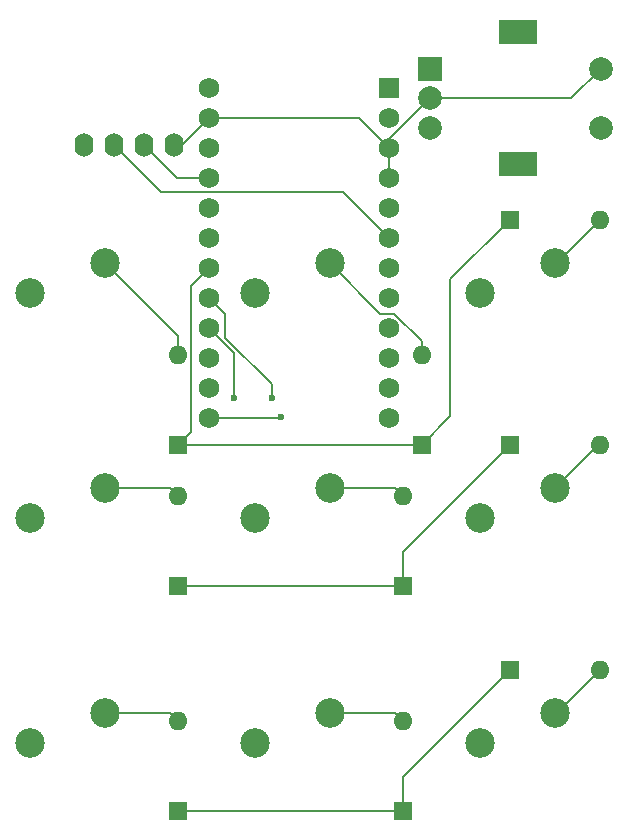
<source format=gtl>
%TF.GenerationSoftware,KiCad,Pcbnew,8.0.4*%
%TF.CreationDate,2024-07-27T19:33:33+02:00*%
%TF.ProjectId,pcb_macropad,7063625f-6d61-4637-926f-7061642e6b69,rev?*%
%TF.SameCoordinates,Original*%
%TF.FileFunction,Copper,L1,Top*%
%TF.FilePolarity,Positive*%
%FSLAX46Y46*%
G04 Gerber Fmt 4.6, Leading zero omitted, Abs format (unit mm)*
G04 Created by KiCad (PCBNEW 8.0.4) date 2024-07-27 19:33:33*
%MOMM*%
%LPD*%
G01*
G04 APERTURE LIST*
%TA.AperFunction,ComponentPad*%
%ADD10C,2.500000*%
%TD*%
%TA.AperFunction,ComponentPad*%
%ADD11O,1.600000X2.000000*%
%TD*%
%TA.AperFunction,ComponentPad*%
%ADD12R,2.000000X2.000000*%
%TD*%
%TA.AperFunction,ComponentPad*%
%ADD13C,2.000000*%
%TD*%
%TA.AperFunction,ComponentPad*%
%ADD14R,3.200000X2.000000*%
%TD*%
%TA.AperFunction,ComponentPad*%
%ADD15R,1.600000X1.600000*%
%TD*%
%TA.AperFunction,ComponentPad*%
%ADD16O,1.600000X1.600000*%
%TD*%
%TA.AperFunction,ComponentPad*%
%ADD17R,1.752600X1.752600*%
%TD*%
%TA.AperFunction,ComponentPad*%
%ADD18C,1.752600*%
%TD*%
%TA.AperFunction,ViaPad*%
%ADD19C,0.600000*%
%TD*%
%TA.AperFunction,Conductor*%
%ADD20C,0.200000*%
%TD*%
G04 APERTURE END LIST*
D10*
%TO.P,S5,1,1*%
%TO.N,Column 2*%
X80962500Y-77787500D03*
%TO.P,S5,2,2*%
%TO.N,Net-(D5-A)*%
X87312500Y-75247500D03*
%TD*%
%TO.P,S4,1,1*%
%TO.N,Column 1*%
X61912500Y-77787500D03*
%TO.P,S4,2,2*%
%TO.N,Net-(D4-A)*%
X68262500Y-75247500D03*
%TD*%
%TO.P,S1,1,1*%
%TO.N,Column 1*%
X61912500Y-58737500D03*
%TO.P,S1,2,2*%
%TO.N,Net-(D1-A)*%
X68262500Y-56197500D03*
%TD*%
%TO.P,S6,1,1*%
%TO.N,Column 3*%
X100012500Y-77787500D03*
%TO.P,S6,2,2*%
%TO.N,Net-(D6-A)*%
X106362500Y-75247500D03*
%TD*%
D11*
%TO.P,J1,1,GND*%
%TO.N,GND*%
X74136250Y-46196250D03*
%TO.P,J1,2,VCC*%
%TO.N,VCC*%
X71596250Y-46196250D03*
%TO.P,J1,3,SCL*%
%TO.N,SCL*%
X69056250Y-46196250D03*
%TO.P,J1,4,SDA*%
%TO.N,SDA*%
X66516250Y-46196250D03*
%TD*%
D10*
%TO.P,S9,1,1*%
%TO.N,Column 3*%
X100012500Y-96837500D03*
%TO.P,S9,2,2*%
%TO.N,Net-(D9-A)*%
X106362500Y-94297500D03*
%TD*%
%TO.P,S8,1,1*%
%TO.N,Column 2*%
X80962500Y-96837500D03*
%TO.P,S8,2,2*%
%TO.N,Net-(D8-A)*%
X87312500Y-94297500D03*
%TD*%
%TO.P,S2,1,1*%
%TO.N,Column 2*%
X80962500Y-58737500D03*
%TO.P,S2,2,2*%
%TO.N,Net-(D2-A)*%
X87312500Y-56197500D03*
%TD*%
%TO.P,S7,1,1*%
%TO.N,Column 1*%
X61912500Y-96837500D03*
%TO.P,S7,2,2*%
%TO.N,Net-(D7-A)*%
X68262500Y-94297500D03*
%TD*%
D12*
%TO.P,SW1,A,A*%
%TO.N,EncoderA*%
X95778750Y-39727500D03*
D13*
%TO.P,SW1,B,B*%
%TO.N,EncoderB*%
X95778750Y-44727500D03*
%TO.P,SW1,C,C*%
%TO.N,GND*%
X95778750Y-42227500D03*
D14*
%TO.P,SW1,MP*%
%TO.N,N/C*%
X103278750Y-36627500D03*
X103278750Y-47827500D03*
D13*
%TO.P,SW1,S1,S1*%
%TO.N,EncoderSW*%
X110278750Y-44727500D03*
%TO.P,SW1,S2,S2*%
%TO.N,GND*%
X110278750Y-39727500D03*
%TD*%
D10*
%TO.P,S3,1,1*%
%TO.N,Column 3*%
X100012500Y-58737500D03*
%TO.P,S3,2,2*%
%TO.N,Net-(D3-A)*%
X106362500Y-56197500D03*
%TD*%
D15*
%TO.P,D1,1,K*%
%TO.N,Row 1*%
X74453750Y-71596250D03*
D16*
%TO.P,D1,2,A*%
%TO.N,Net-(D1-A)*%
X74453750Y-63976250D03*
%TD*%
D15*
%TO.P,D8,1,K*%
%TO.N,Row 3*%
X93503750Y-102552500D03*
D16*
%TO.P,D8,2,A*%
%TO.N,Net-(D8-A)*%
X93503750Y-94932500D03*
%TD*%
D15*
%TO.P,D4,1,K*%
%TO.N,Row 2*%
X74453750Y-83502500D03*
D16*
%TO.P,D4,2,A*%
%TO.N,Net-(D4-A)*%
X74453750Y-75882500D03*
%TD*%
D15*
%TO.P,D7,1,K*%
%TO.N,Row 3*%
X74453750Y-102552500D03*
D16*
%TO.P,D7,2,A*%
%TO.N,Net-(D7-A)*%
X74453750Y-94932500D03*
%TD*%
D15*
%TO.P,D3,1,K*%
%TO.N,Row 1*%
X102552500Y-52546250D03*
D16*
%TO.P,D3,2,A*%
%TO.N,Net-(D3-A)*%
X110172500Y-52546250D03*
%TD*%
D15*
%TO.P,D2,1,K*%
%TO.N,Row 1*%
X95091250Y-71596250D03*
D16*
%TO.P,D2,2,A*%
%TO.N,Net-(D2-A)*%
X95091250Y-63976250D03*
%TD*%
D15*
%TO.P,D9,1,K*%
%TO.N,Row 3*%
X102552500Y-90646250D03*
D16*
%TO.P,D9,2,A*%
%TO.N,Net-(D9-A)*%
X110172500Y-90646250D03*
%TD*%
D15*
%TO.P,D5,1,K*%
%TO.N,Row 2*%
X93503750Y-83502500D03*
D16*
%TO.P,D5,2,A*%
%TO.N,Net-(D5-A)*%
X93503750Y-75882500D03*
%TD*%
D15*
%TO.P,D6,1,K*%
%TO.N,Row 2*%
X102552500Y-71596250D03*
D16*
%TO.P,D6,2,A*%
%TO.N,Net-(D6-A)*%
X110172500Y-71596250D03*
%TD*%
D17*
%TO.P,U1,1,TX0/PD3*%
%TO.N,unconnected-(U1-TX0{slash}PD3-Pad1)*%
X92317500Y-41382500D03*
D18*
%TO.P,U1,2,RX1/PD2*%
%TO.N,unconnected-(U1-RX1{slash}PD2-Pad2)*%
X92317500Y-43922500D03*
%TO.P,U1,3,GND*%
%TO.N,GND*%
X92317500Y-46462500D03*
%TO.P,U1,4,GND*%
X92317500Y-49002500D03*
%TO.P,U1,5,2/PD1*%
%TO.N,SDA*%
X92317500Y-51542500D03*
%TO.P,U1,6,3/PD0*%
%TO.N,SCL*%
X92317500Y-54082500D03*
%TO.P,U1,7,4/PD4*%
%TO.N,unconnected-(U1-4{slash}PD4-Pad7)*%
X92317500Y-56622500D03*
%TO.P,U1,8,5/PC6*%
%TO.N,EncoderA*%
X92317500Y-59162500D03*
%TO.P,U1,9,6/PD7*%
%TO.N,EncoderB*%
X92317500Y-61702500D03*
%TO.P,U1,10,7/PE6*%
%TO.N,EncoderSW*%
X92317500Y-64242500D03*
%TO.P,U1,11,8/PB4*%
%TO.N,unconnected-(U1-8{slash}PB4-Pad11)*%
X92317500Y-66782500D03*
%TO.P,U1,12,9/PB5*%
%TO.N,unconnected-(U1-9{slash}PB5-Pad12)*%
X92317500Y-69322500D03*
%TO.P,U1,13,10/PB6*%
%TO.N,Column 3*%
X77077500Y-69322500D03*
%TO.P,U1,14,16/PB2*%
%TO.N,Column 2*%
X77077500Y-66782500D03*
%TO.P,U1,15,14/PB3*%
%TO.N,Column 1*%
X77077500Y-64242500D03*
%TO.P,U1,16,15/PB1*%
%TO.N,Row 3*%
X77077500Y-61702500D03*
%TO.P,U1,17,A0/PF7*%
%TO.N,Row 2*%
X77077500Y-59162500D03*
%TO.P,U1,18,A1/PF6*%
%TO.N,Row 1*%
X77077500Y-56622500D03*
%TO.P,U1,19,A2/PF5*%
%TO.N,unconnected-(U1-A2{slash}PF5-Pad19)*%
X77077500Y-54082500D03*
%TO.P,U1,20,A3/PF4*%
%TO.N,unconnected-(U1-A3{slash}PF4-Pad20)*%
X77077500Y-51542500D03*
%TO.P,U1,21,VCC*%
%TO.N,VCC*%
X77077500Y-49002500D03*
%TO.P,U1,22,RST*%
%TO.N,unconnected-(U1-RST-Pad22)*%
X77077500Y-46462500D03*
%TO.P,U1,23,GND*%
%TO.N,GND*%
X77077500Y-43922500D03*
%TO.P,U1,24,RAW*%
%TO.N,unconnected-(U1-RAW-Pad24)*%
X77077500Y-41382500D03*
%TD*%
D19*
%TO.N,Row 2*%
X82391250Y-67627500D03*
%TO.N,Row 3*%
X79216250Y-67627500D03*
%TO.N,Column 3*%
X83185000Y-69215000D03*
%TD*%
D20*
%TO.N,Row 1*%
X74453750Y-71596250D02*
X95091250Y-71596250D01*
X97517500Y-57581250D02*
X102552500Y-52546250D01*
X75553750Y-70496250D02*
X75553750Y-58146250D01*
X74453750Y-71596250D02*
X75553750Y-70496250D01*
X97517500Y-69170000D02*
X97517500Y-57581250D01*
X75553750Y-58146250D02*
X77077500Y-56622500D01*
X95091250Y-71596250D02*
X97517500Y-69170000D01*
%TO.N,Net-(D1-A)*%
X74453750Y-62388750D02*
X74453750Y-63976250D01*
X68262500Y-56197500D02*
X74453750Y-62388750D01*
%TO.N,Net-(D2-A)*%
X95091250Y-62812710D02*
X95091250Y-63976250D01*
X91598750Y-60483750D02*
X92762290Y-60483750D01*
X87312500Y-56197500D02*
X91598750Y-60483750D01*
X92762290Y-60483750D02*
X95091250Y-62812710D01*
%TO.N,Net-(D3-A)*%
X110172500Y-52546250D02*
X106521250Y-56197500D01*
X106521250Y-56197500D02*
X106362500Y-56197500D01*
%TO.N,Row 2*%
X82391250Y-66450564D02*
X82391250Y-67627500D01*
X102552500Y-71596250D02*
X93503750Y-80645000D01*
X74453750Y-83502500D02*
X93503750Y-83502500D01*
X78467500Y-62526814D02*
X82391250Y-66450564D01*
X78467500Y-60552500D02*
X78467500Y-62526814D01*
X93503750Y-80645000D02*
X93503750Y-83502500D01*
X77077500Y-59162500D02*
X78467500Y-60552500D01*
%TO.N,Net-(D4-A)*%
X73818750Y-75247500D02*
X74453750Y-75882500D01*
X68262500Y-75247500D02*
X73818750Y-75247500D01*
%TO.N,Net-(D5-A)*%
X92868750Y-75247500D02*
X93503750Y-75882500D01*
X87312500Y-75247500D02*
X92868750Y-75247500D01*
%TO.N,Net-(D6-A)*%
X110013750Y-71596250D02*
X110172500Y-71596250D01*
X106362500Y-75247500D02*
X110013750Y-71596250D01*
%TO.N,Net-(D7-A)*%
X73818750Y-94297500D02*
X74453750Y-94932500D01*
X68262500Y-94297500D02*
X73818750Y-94297500D01*
%TO.N,Row 3*%
X102552500Y-90646250D02*
X93503750Y-99695000D01*
X93503750Y-102552500D02*
X74453750Y-102552500D01*
X79216250Y-63841250D02*
X79216250Y-67627500D01*
X77077500Y-61702500D02*
X79216250Y-63841250D01*
X93503750Y-99695000D02*
X93503750Y-102552500D01*
%TO.N,Net-(D8-A)*%
X87312500Y-94297500D02*
X92868750Y-94297500D01*
X92868750Y-94297500D02*
X93503750Y-94932500D01*
%TO.N,Net-(D9-A)*%
X106521250Y-94297500D02*
X106362500Y-94297500D01*
X110172500Y-90646250D02*
X106521250Y-94297500D01*
%TO.N,SCL*%
X69056250Y-46196250D02*
X73038800Y-50178800D01*
X73038800Y-50178800D02*
X88413800Y-50178800D01*
X88413800Y-50178800D02*
X92317500Y-54082500D01*
%TO.N,VCC*%
X71596250Y-46196250D02*
X74402500Y-49002500D01*
X74402500Y-49002500D02*
X77077500Y-49002500D01*
%TO.N,GND*%
X74803750Y-46196250D02*
X77077500Y-43922500D01*
X96552500Y-42227500D02*
X96572500Y-42227500D01*
X95778750Y-42227500D02*
X107778750Y-42227500D01*
X74136250Y-46196250D02*
X74803750Y-46196250D01*
X92317500Y-46462500D02*
X92317500Y-45688750D01*
X107778750Y-42227500D02*
X110278750Y-39727500D01*
X92317500Y-45688750D02*
X95778750Y-42227500D01*
X89777500Y-43922500D02*
X92317500Y-46462500D01*
X92317500Y-46462500D02*
X92317500Y-49002500D01*
X77077500Y-43922500D02*
X89777500Y-43922500D01*
%TO.N,Column 3*%
X83185000Y-69215000D02*
X83077500Y-69322500D01*
X83077500Y-69322500D02*
X77077500Y-69322500D01*
%TD*%
M02*

</source>
